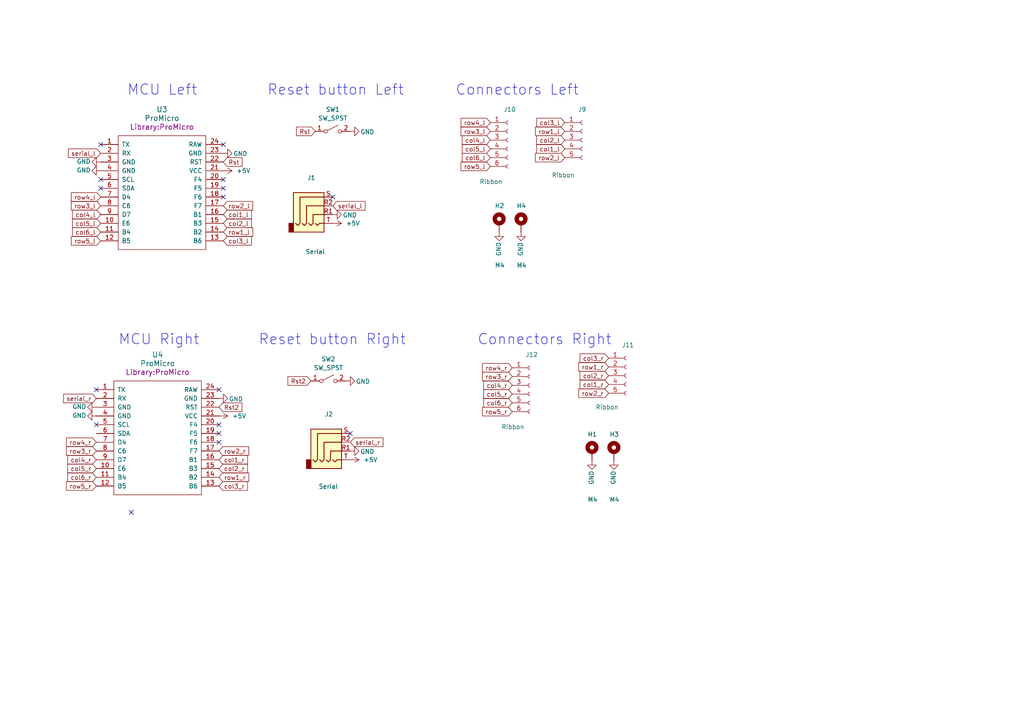
<source format=kicad_sch>
(kicad_sch (version 20231120) (generator "eeschema") (generator_version "8.0")
  (paper "A4")
  (title_block (title "Elite-C holder") (date "2022-02-13") (rev "2.0") (company "BastardKB x KarlK90") (comment 1 "Licensed under CERN-OHL-W v2"))
  (lib_symbols
    (symbol "Connector:AudioJack4"
      (property "Reference" "J" (at 0 8.89 0))
      (property "Value" "AudioJack4" (at 0 6.35 0))
      (symbol "AudioJack4_0_1"
        (rectangle (start -6.35 -5.08) (end -7.62 -7.62) (stroke (width 0.254)) (fill (type outline)))
        (polyline (pts (xy 0 -5.08) (xy 0.635 -5.715) (xy 1.27 -5.08) (xy 2.54 -5.08)) (stroke (width 0.254)))
        (polyline (pts (xy -5.715 -5.08) (xy -5.08 -5.715) (xy -4.445 -5.08) (xy -4.445 2.54) (xy 2.54 2.54)) (stroke (width 0.254)))
        (polyline (pts (xy -1.905 -5.08) (xy -1.27 -5.715) (xy -0.635 -5.08) (xy -0.635 -2.54) (xy 2.54 -2.54)) (stroke (width 0.254)))
        (polyline (pts (xy 2.54 0) (xy -2.54 0) (xy -2.54 -5.08) (xy -3.175 -5.715) (xy -3.81 -5.08)) (stroke (width 0.254)))
        (rectangle (start 2.54 3.81) (end -6.35 -7.62) (stroke (width 0.254)) (fill (type background)))
      )
      (symbol "AudioJack4_1_1"
        (pin passive line (at 5.08 -2.54 180) (length 2.54) (name "~") (number "R1"))
        (pin passive line (at 5.08 0 180) (length 2.54) (name "~") (number "R2"))
        (pin passive line (at 5.08 2.54 180) (length 2.54) (name "~") (number "S"))
        (pin passive line (at 5.08 -5.08 180) (length 2.54) (name "~") (number "T"))
      )
    )
    (symbol "Connector:Conn_01x05_Female" (pin_names (offset 1.016) hide)
      (property "Reference" "J" (at 0 7.62 0))
      (property "Value" "Conn_01x05_Female" (at 0 -7.62 0))
      (symbol "Conn_01x05_Female_1_1"
        (arc (start 0 -4.572) (mid -0.5058 -5.08) (end 0 -5.588) (stroke (width 0.1524)))
        (arc (start 0 -2.032) (mid -0.5058 -2.54) (end 0 -3.048) (stroke (width 0.1524)))
        (polyline (pts (xy -1.27 -5.08) (xy -0.508 -5.08)) (stroke (width 0.1524)))
        (polyline (pts (xy -1.27 -2.54) (xy -0.508 -2.54)) (stroke (width 0.1524)))
        (polyline (pts (xy -1.27 0) (xy -0.508 0)) (stroke (width 0.1524)))
        (polyline (pts (xy -1.27 2.54) (xy -0.508 2.54)) (stroke (width 0.1524)))
        (polyline (pts (xy -1.27 5.08) (xy -0.508 5.08)) (stroke (width 0.1524)))
        (arc (start 0 0.508) (mid -0.5058 0) (end 0 -0.508) (stroke (width 0.1524)))
        (arc (start 0 3.048) (mid -0.5058 2.54) (end 0 2.032) (stroke (width 0.1524)))
        (arc (start 0 5.588) (mid -0.5058 5.08) (end 0 4.572) (stroke (width 0.1524)))
        (pin passive line (at -5.08 5.08 0) (length 3.81) (name "Pin_1") (number "1"))
        (pin passive line (at -5.08 2.54 0) (length 3.81) (name "Pin_2") (number "2"))
        (pin passive line (at -5.08 0 0) (length 3.81) (name "Pin_3") (number "3"))
        (pin passive line (at -5.08 -2.54 0) (length 3.81) (name "Pin_4") (number "4"))
        (pin passive line (at -5.08 -5.08 0) (length 3.81) (name "Pin_5") (number "5"))
      )
    )
    (symbol "Connector:Conn_01x06_Female" (pin_names (offset 1.016) hide)
      (property "Reference" "J" (at 0 7.62 0))
      (property "Value" "Conn_01x06_Female" (at 0 -10.16 0))
      (symbol "Conn_01x06_Female_1_1"
        (arc (start 0 -7.112) (mid -0.5058 -7.62) (end 0 -8.128) (stroke (width 0.1524)))
        (arc (start 0 -4.572) (mid -0.5058 -5.08) (end 0 -5.588) (stroke (width 0.1524)))
        (arc (start 0 -2.032) (mid -0.5058 -2.54) (end 0 -3.048) (stroke (width 0.1524)))
        (polyline (pts (xy -1.27 -7.62) (xy -0.508 -7.62)) (stroke (width 0.1524)))
        (polyline (pts (xy -1.27 -5.08) (xy -0.508 -5.08)) (stroke (width 0.1524)))
        (polyline (pts (xy -1.27 -2.54) (xy -0.508 -2.54)) (stroke (width 0.1524)))
        (polyline (pts (xy -1.27 0) (xy -0.508 0)) (stroke (width 0.1524)))
        (polyline (pts (xy -1.27 2.54) (xy -0.508 2.54)) (stroke (width 0.1524)))
        (polyline (pts (xy -1.27 5.08) (xy -0.508 5.08)) (stroke (width 0.1524)))
        (arc (start 0 0.508) (mid -0.5058 0) (end 0 -0.508) (stroke (width 0.1524)))
        (arc (start 0 3.048) (mid -0.5058 2.54) (end 0 2.032) (stroke (width 0.1524)))
        (arc (start 0 5.588) (mid -0.5058 5.08) (end 0 4.572) (stroke (width 0.1524)))
        (pin passive line (at -5.08 5.08 0) (length 3.81) (name "Pin_1") (number "1"))
        (pin passive line (at -5.08 2.54 0) (length 3.81) (name "Pin_2") (number "2"))
        (pin passive line (at -5.08 0 0) (length 3.81) (name "Pin_3") (number "3"))
        (pin passive line (at -5.08 -2.54 0) (length 3.81) (name "Pin_4") (number "4"))
        (pin passive line (at -5.08 -5.08 0) (length 3.81) (name "Pin_5") (number "5"))
        (pin passive line (at -5.08 -7.62 0) (length 3.81) (name "Pin_6") (number "6"))
      )
    )
    (symbol "Mechanical:MountingHole_Pad" (pin_numbers hide) (pin_names (offset 1.016) hide)
      (property "Reference" "H" (at 0 6.35 0))
      (property "Value" "MountingHole_Pad" (at 0 4.445 0))
      (symbol "MountingHole_Pad_0_1"
        (circle (center 0 1.27) (radius 1.27) (stroke (width 1.27)))
      )
      (symbol "MountingHole_Pad_1_1"
        (pin input line (at 0 -2.54 90) (length 2.54) (name "1") (number "1"))
      )
    )
    (symbol "Switch:SW_SPST" (pin_names (offset 0) hide)
      (property "Reference" "SW" (at 0 3.175 0))
      (property "Value" "SW_SPST" (at 0 -2.54 0))
      (symbol "SW_SPST_0_0"
        (circle (center -2.032 0) (radius 0.508))
        (polyline (pts (xy -1.524 0.254) (xy 1.524 1.778)))
        (circle (center 2.032 0) (radius 0.508))
      )
      (symbol "SW_SPST_1_1"
        (pin passive line (at -5.08 0 0) (length 2.54) (name "A") (number "1"))
        (pin passive line (at 5.08 0 180) (length 2.54) (name "B") (number "2"))
      )
    )
    (symbol "power:+5V" (power) (pin_names (offset 0))
      (property "Value" "+5V" (at 0 3.556 0))
      (symbol "+5V_0_1"
        (polyline (pts (xy -0.762 1.27) (xy 0 2.54)))
        (polyline (pts (xy 0 0) (xy 0 2.54)))
        (polyline (pts (xy 0 2.54) (xy 0.762 1.27)))
      )
      (symbol "+5V_1_1"
        (pin power_in line (at 0 0 90) (length 0) hide (name "+5V") (number "1"))
      )
    )
    (symbol "power:GND" (power) (pin_names (offset 0))
      (property "Value" "GND" (at 0 -3.81 0))
      (symbol "GND_0_1"
        (polyline (pts (xy 0 0) (xy 0 -1.27) (xy 1.27 -1.27) (xy 0 -2.54) (xy -1.27 -1.27) (xy 0 -1.27)))
      )
      (symbol "GND_1_1"
        (pin power_in line (at 0 0 270) (length 0) hide (name "GND") (number "1"))
      )
    )
    (symbol "promicro:ProMicro" (pin_names (offset 1.016))
      (property "Reference" "U" (at 0 24.13 0))
      (property "Value" "ProMicro" (at 0 -13.97 0))
      (property "Footprint" "Library:ProMicro" (at 2.54 -26.67 0))
      (symbol "ProMicro_0_1"
        (rectangle (start -12.7 21.59) (end 12.7 -11.43))
      )
      (symbol "ProMicro_1_1"
        (pin bidirectional line (at -17.78 19.05 0) (length 5.08) (name "TX") (number "1"))
        (pin bidirectional line (at -17.78 -3.81 0) (length 5.08) (name "E6") (number "10"))
        (pin bidirectional line (at -17.78 -6.35 0) (length 5.08) (name "B4") (number "11"))
        (pin bidirectional line (at -17.78 -8.89 0) (length 5.08) (name "B5") (number "12"))
        (pin bidirectional line (at 17.78 -8.89 180) (length 5.08) (name "B6") (number "13"))
        (pin bidirectional line (at 17.78 -6.35 180) (length 5.08) (name "B2") (number "14"))
        (pin bidirectional line (at 17.78 -3.81 180) (length 5.08) (name "B3") (number "15"))
        (pin bidirectional line (at 17.78 -1.27 180) (length 5.08) (name "B1") (number "16"))
        (pin bidirectional line (at 17.78 1.27 180) (length 5.08) (name "F7") (number "17"))
        (pin bidirectional line (at 17.78 3.81 180) (length 5.08) (name "F6") (number "18"))
        (pin bidirectional line (at 17.78 6.35 180) (length 5.08) (name "F5") (number "19"))
        (pin bidirectional line (at -17.78 16.51 0) (length 5.08) (name "RX") (number "2"))
        (pin bidirectional line (at 17.78 8.89 180) (length 5.08) (name "F4") (number "20"))
        (pin power_in line (at 17.78 11.43 180) (length 5.08) (name "VCC") (number "21"))
        (pin input line (at 17.78 13.97 180) (length 5.08) (name "RST") (number "22"))
        (pin power_in line (at 17.78 16.51 180) (length 5.08) (name "GND") (number "23"))
        (pin power_out line (at 17.78 19.05 180) (length 5.08) (name "RAW") (number "24"))
        (pin power_in line (at -17.78 13.97 0) (length 5.08) (name "GND") (number "3"))
        (pin power_in line (at -17.78 11.43 0) (length 5.08) (name "GND") (number "4"))
        (pin bidirectional line (at -17.78 8.89 0) (length 5.08) (name "SCL") (number "5"))
        (pin bidirectional line (at -17.78 6.35 0) (length 5.08) (name "SDA") (number "6"))
        (pin bidirectional line (at -17.78 3.81 0) (length 5.08) (name "D4") (number "7"))
        (pin bidirectional line (at -17.78 1.27 0) (length 5.08) (name "C6") (number "8"))
        (pin bidirectional line (at -17.78 -1.27 0) (length 5.08) (name "D7") (number "9"))
      )
    )
  )
  (no_connect (at 64.77 41.91))
  (no_connect (at 29.21 41.91))
  (no_connect (at 27.94 123.19))
  (no_connect (at 101.6 125.73))
  (no_connect (at 96.52 57.15))
  (no_connect (at 29.21 54.61))
  (no_connect (at 63.5 125.73))
  (no_connect (at 38.1 148.59))
  (no_connect (at 63.5 113.03))
  (no_connect (at 27.94 113.03))
  (no_connect (at 64.77 54.61))
  (no_connect (at 63.5 128.27))
  (no_connect (at 64.77 57.15))
  (no_connect (at 63.5 123.19))
  (no_connect (at 64.77 52.07))
  (no_connect (at 29.21 52.07))
  (text "Reset button Left" (at 77.47 27.94 0) (effects (font (size 3 3)) (justify left bottom)))
  (text "Connectors Left" (at 132.08 27.94 0) (effects (font (size 3 3)) (justify left bottom)))
  (text "Reset button Right" (at 74.93 100.33 0) (effects (font (size 3 3)) (justify left bottom)))
  (text "MCU Left" (at 36.83 27.94 0) (effects (font (size 3 3)) (justify left bottom)))
  (text "MCU Right" (at 34.29 100.33 0) (effects (font (size 3 3)) (justify left bottom)))
  (text "Connectors Right" (at 138.43 100.33 0) (effects (font (size 3 3)) (justify left bottom)))
  (global_label "row4_r" (shape input) (at 27.94 128.27 180) (property "Intersheetrefs" "${INTERSHEET_REFS}" (effects (hide yes))))
  (global_label "col5_l" (shape input) (at 29.21 64.77 180) (property "Intersheetrefs" "${INTERSHEET_REFS}" (effects (hide yes))))
  (global_label "row1_r" (shape input) (at 176.53 106.426 180) (property "Intersheetrefs" "${INTERSHEET_REFS}" (effects (hide yes))))
  (global_label "col6_l" (shape input) (at 142.24 45.72 180) (property "Intersheetrefs" "${INTERSHEET_REFS}" (effects (hide yes))))
  (global_label "row2_l" (shape input) (at 64.77 59.69 0) (property "Intersheetrefs" "${INTERSHEET_REFS}" (effects (hide yes))))
  (global_label "col2_r" (shape input) (at 63.5 135.89 0) (property "Intersheetrefs" "${INTERSHEET_REFS}" (effects (hide yes))))
  (global_label "col1_r" (shape input) (at 176.53 111.506 180) (property "Intersheetrefs" "${INTERSHEET_REFS}" (effects (hide yes))))
  (global_label "row3_r" (shape input) (at 27.94 130.81 180) (property "Intersheetrefs" "${INTERSHEET_REFS}" (effects (hide yes))))
  (global_label "col1_l" (shape input) (at 163.83 43.18 180) (property "Intersheetrefs" "${INTERSHEET_REFS}" (effects (hide yes))))
  (global_label "col4_r" (shape input) (at 27.94 133.35 180) (property "Intersheetrefs" "${INTERSHEET_REFS}" (effects (hide yes))))
  (global_label "col1_l" (shape input) (at 64.77 62.23 0) (property "Intersheetrefs" "${INTERSHEET_REFS}" (effects (hide yes))))
  (global_label "row3_l" (shape input) (at 29.21 59.69 180) (property "Intersheetrefs" "${INTERSHEET_REFS}" (effects (hide yes))))
  (global_label "row4_l" (shape input) (at 29.21 57.15 180) (property "Intersheetrefs" "${INTERSHEET_REFS}" (effects (hide yes))))
  (global_label "col6_r" (shape input) (at 27.94 138.43 180) (property "Intersheetrefs" "${INTERSHEET_REFS}" (effects (hide yes))))
  (global_label "row2_r" (shape input) (at 63.5 130.81 0) (property "Intersheetrefs" "${INTERSHEET_REFS}" (effects (hide yes))))
  (global_label "row3_r" (shape input) (at 148.59 109.22 180) (property "Intersheetrefs" "${INTERSHEET_REFS}" (effects (hide yes))))
  (global_label "Rst2" (shape input) (at 63.5 118.11 0) (property "Intersheetrefs" "${INTERSHEET_REFS}" (effects (hide yes))))
  (global_label "serial_r" (shape input) (at 27.94 115.57 180) (property "Intersheetrefs" "${INTERSHEET_REFS}" (effects (hide yes))))
  (global_label "col5_r" (shape input) (at 27.94 135.89 180) (property "Intersheetrefs" "${INTERSHEET_REFS}" (effects (hide yes))))
  (global_label "row5_l" (shape input) (at 29.21 69.85 180) (property "Intersheetrefs" "${INTERSHEET_REFS}" (effects (hide yes))))
  (global_label "row1_l" (shape input) (at 64.77 67.31 0) (property "Intersheetrefs" "${INTERSHEET_REFS}" (effects (hide yes))))
  (global_label "row1_r" (shape input) (at 63.5 138.43 0) (property "Intersheetrefs" "${INTERSHEET_REFS}" (effects (hide yes))))
  (global_label "row5_l" (shape input) (at 142.24 48.26 180) (property "Intersheetrefs" "${INTERSHEET_REFS}" (effects (hide yes))))
  (global_label "col5_l" (shape input) (at 142.24 43.18 180) (property "Intersheetrefs" "${INTERSHEET_REFS}" (effects (hide yes))))
  (global_label "row4_r" (shape input) (at 148.59 106.68 180) (property "Intersheetrefs" "${INTERSHEET_REFS}" (effects (hide yes))))
  (global_label "Rst" (shape input) (at 91.44 38.1 180) (property "Intersheetrefs" "${INTERSHEET_REFS}" (effects (hide yes))))
  (global_label "col2_l" (shape input) (at 64.77 64.77 0) (property "Intersheetrefs" "${INTERSHEET_REFS}" (effects (hide yes))))
  (global_label "col1_r" (shape input) (at 63.5 133.35 0) (property "Intersheetrefs" "${INTERSHEET_REFS}" (effects (hide yes))))
  (global_label "serial_r" (shape input) (at 101.6 128.27 0) (property "Intersheetrefs" "${INTERSHEET_REFS}" (effects (hide yes))))
  (global_label "row1_l" (shape input) (at 163.83 38.1 180) (property "Intersheetrefs" "${INTERSHEET_REFS}" (effects (hide yes))))
  (global_label "col3_l" (shape input) (at 64.77 69.85 0) (property "Intersheetrefs" "${INTERSHEET_REFS}" (effects (hide yes))))
  (global_label "col3_r" (shape input) (at 176.53 103.886 180) (property "Intersheetrefs" "${INTERSHEET_REFS}" (effects (hide yes))))
  (global_label "row2_l" (shape input) (at 163.83 45.72 180) (property "Intersheetrefs" "${INTERSHEET_REFS}" (effects (hide yes))))
  (global_label "col6_l" (shape input) (at 29.21 67.31 180) (property "Intersheetrefs" "${INTERSHEET_REFS}" (effects (hide yes))))
  (global_label "row3_l" (shape input) (at 142.24 38.1 180) (property "Intersheetrefs" "${INTERSHEET_REFS}" (effects (hide yes))))
  (global_label "col3_l" (shape input) (at 163.83 35.56 180) (property "Intersheetrefs" "${INTERSHEET_REFS}" (effects (hide yes))))
  (global_label "row5_r" (shape input) (at 148.59 119.38 180) (property "Intersheetrefs" "${INTERSHEET_REFS}" (effects (hide yes))))
  (global_label "col3_r" (shape input) (at 63.5 140.97 0) (property "Intersheetrefs" "${INTERSHEET_REFS}" (effects (hide yes))))
  (global_label "Rst2" (shape input) (at 90.17 110.49 180) (property "Intersheetrefs" "${INTERSHEET_REFS}" (effects (hide yes))))
  (global_label "Rst" (shape input) (at 64.77 46.99 0) (property "Intersheetrefs" "${INTERSHEET_REFS}" (effects (hide yes))))
  (global_label "row2_r" (shape input) (at 176.53 114.046 180) (property "Intersheetrefs" "${INTERSHEET_REFS}" (effects (hide yes))))
  (global_label "row4_l" (shape input) (at 142.24 35.56 180) (property "Intersheetrefs" "${INTERSHEET_REFS}" (effects (hide yes))))
  (global_label "col6_r" (shape input) (at 148.59 116.84 180) (property "Intersheetrefs" "${INTERSHEET_REFS}" (effects (hide yes))))
  (global_label "serial_l" (shape input) (at 96.52 59.69 0) (property "Intersheetrefs" "${INTERSHEET_REFS}" (effects (hide yes))))
  (global_label "row5_r" (shape input) (at 27.94 140.97 180) (property "Intersheetrefs" "${INTERSHEET_REFS}" (effects (hide yes))))
  (global_label "col2_r" (shape input) (at 176.53 108.966 180) (property "Intersheetrefs" "${INTERSHEET_REFS}" (effects (hide yes))))
  (global_label "serial_l" (shape input) (at 29.21 44.45 180) (property "Intersheetrefs" "${INTERSHEET_REFS}" (effects (hide yes))))
  (global_label "col4_r" (shape input) (at 148.59 111.76 180) (property "Intersheetrefs" "${INTERSHEET_REFS}" (effects (hide yes))))
  (global_label "col5_r" (shape input) (at 148.59 114.3 180) (property "Intersheetrefs" "${INTERSHEET_REFS}" (effects (hide yes))))
  (global_label "col4_l" (shape input) (at 142.24 40.64 180) (property "Intersheetrefs" "${INTERSHEET_REFS}" (effects (hide yes))))
  (global_label "col2_l" (shape input) (at 163.83 40.64 180) (property "Intersheetrefs" "${INTERSHEET_REFS}" (effects (hide yes))))
  (global_label "col4_l" (shape input) (at 29.21 62.23 180) (property "Intersheetrefs" "${INTERSHEET_REFS}" (effects (hide yes))))
  (symbol (lib_id "power:GND") (at 27.94 118.11 270) (unit 1)
    (property "Reference" "#PWR0101" (effects (hide yes)))
    (property "Value" "GND" (at 20.9551 117.954 90) (effects (justify left)))
  )
  (symbol (lib_id "Switch:SW_SPST") (at 96.52 38.1 0) (unit 1)
    (property "Reference" "SW1" (at 96.52 31.75 0))
    (property "Value" "SW_SPST" (at 96.52 34.29 0))
    (property "Footprint" "Library:PushSwitch" (effects (hide yes)))
  )
  (symbol (lib_id "power:GND") (at 101.6 38.1 90) (unit 1)
    (property "Reference" "#PWR0120" (effects (hide yes)))
    (property "Value" "GND" (at 108.5849 38.256 90) (effects (justify left)))
  )
  (symbol (lib_id "Mechanical:MountingHole_Pad") (at 144.78 64.77 0) (unit 1)
    (property "Reference" "H2" (at 143.51 59.69 0) (effects (justify left)))
    (property "Value" "M4" (at 143.51 76.962 0) (effects (justify left)))
    (property "Footprint" "Library:MountingHole_4mm_Pad_thin" (effects (hide yes)))
  )
  (symbol (lib_id "power:GND") (at 100.33 110.49 90) (unit 1)
    (property "Reference" "#PWR0109" (effects (hide yes)))
    (property "Value" "GND" (at 107.3149 110.646 90) (effects (justify left)))
  )
  (symbol (lib_id "Connector:Conn_01x05_Female") (at 181.61 108.966 0) (unit 1)
    (property "Reference" "J11" (at 180.34 100.076 0) (effects (justify left)))
    (property "Value" "Ribbon" (at 172.72 118.11 0) (effects (justify left)))
    (property "Footprint" "Library:5_PinHeader" (effects (hide yes)))
  )
  (symbol (lib_id "power:GND") (at 64.77 44.45 90) (unit 1)
    (property "Reference" "#PWR0117" (effects (hide yes)))
    (property "Value" "GND" (at 71.7549 44.606 90) (effects (justify left)))
  )
  (symbol (lib_id "power:GND") (at 144.78 67.31 0) (unit 1)
    (property "Reference" "#PWR0129" (effects (hide yes)))
    (property "Value" "GND" (at 144.624 74.2949 90) (effects (justify left)))
  )
  (symbol (lib_id "power:+5V") (at 96.52 64.77 270) (unit 1)
    (property "Reference" "#PWR0127" (effects (hide yes)))
    (property "Value" "+5V" (at 100.33 64.7699 90) (effects (justify left)))
  )
  (symbol (lib_id "Mechanical:MountingHole_Pad") (at 151.13 64.77 0) (unit 1)
    (property "Reference" "H4" (at 149.86 59.69 0) (effects (justify left)))
    (property "Value" "M4" (at 149.86 76.962 0) (effects (justify left)))
    (property "Footprint" "Library:MountingHole_4mm_Pad_thin" (effects (hide yes)))
  )
  (symbol (lib_id "Mechanical:MountingHole_Pad") (at 171.704 131.064 0) (unit 1)
    (property "Reference" "H1" (at 170.434 125.984 0) (effects (justify left)))
    (property "Value" "M4" (at 170.434 144.907 0) (effects (justify left)))
    (property "Footprint" "Library:MountingHole_4mm_Pad_thin" (effects (hide yes)))
  )
  (symbol (lib_id "power:GND") (at 63.5 115.57 90) (unit 1)
    (property "Reference" "#PWR0112" (effects (hide yes)))
    (property "Value" "GND" (at 70.4849 115.726 90) (effects (justify left)))
  )
  (symbol (lib_id "power:GND") (at 27.94 120.65 270) (unit 1)
    (property "Reference" "#PWR0107" (effects (hide yes)))
    (property "Value" "GND" (at 20.9551 120.494 90) (effects (justify left)))
  )
  (symbol (lib_id "promicro:ProMicro") (at 46.99 60.96 0) (unit 1)
    (property "Reference" "U3" (at 46.99 31.75 0) (effects (font (size 1.524 1.524))))
    (property "Value" "ProMicro" (at 46.99 34.29 0) (effects (font (size 1.524 1.524))))
    (property "Footprint" "Library:ProMicro" (at 46.99 36.83 0) (effects (font (size 1.524 1.524))))
  )
  (symbol (lib_id "Connector:Conn_01x06_Female") (at 153.67 111.76 0) (unit 1)
    (property "Reference" "J12" (at 152.4 102.87 0) (effects (justify left)))
    (property "Value" "Ribbon" (at 145.415 123.825 0) (effects (justify left)))
    (property "Footprint" "Library:6_PinHeader" (effects (hide yes)))
  )
  (symbol (lib_id "Connector:AudioJack4") (at 91.44 59.69 0) (unit 1)
    (property "Reference" "J1" (at 90.297 51.5682 0))
    (property "Value" "Serial" (at 91.44 73.025 0))
    (property "Footprint" "Library:Jack_3.5mm_PJ320E_Horizontal" (effects (hide yes)))
  )
  (symbol (lib_id "Switch:SW_SPST") (at 95.25 110.49 0) (unit 1)
    (property "Reference" "SW2" (at 95.25 104.14 0))
    (property "Value" "SW_SPST" (at 95.25 106.68 0))
    (property "Footprint" "Library:PushSwitch" (effects (hide yes)))
  )
  (symbol (lib_id "power:GND") (at 171.704 133.604 0) (unit 1)
    (property "Reference" "#PWR0134" (effects (hide yes)))
    (property "Value" "GND" (at 171.548 140.5889 90) (effects (justify left)))
  )
  (symbol (lib_id "power:+5V") (at 101.6 133.35 270) (unit 1)
    (property "Reference" "#PWR0132" (effects (hide yes)))
    (property "Value" "+5V" (at 105.41 133.3499 90) (effects (justify left)))
  )
  (symbol (lib_id "power:+5V") (at 63.5 120.65 270) (unit 1)
    (property "Reference" "#PWR0113" (effects (hide yes)))
    (property "Value" "+5V" (at 67.31 120.6499 90) (effects (justify left)))
  )
  (symbol (lib_id "Mechanical:MountingHole_Pad") (at 178.054 131.064 0) (unit 1)
    (property "Reference" "H3" (at 176.784 125.984 0) (effects (justify left)))
    (property "Value" "M4" (at 176.784 144.907 0) (effects (justify left)))
    (property "Footprint" "Library:MountingHole_4mm_Pad_thin" (effects (hide yes)))
  )
  (symbol (lib_id "power:+5V") (at 64.77 49.53 270) (unit 1)
    (property "Reference" "#PWR0116" (effects (hide yes)))
    (property "Value" "+5V" (at 68.58 49.5299 90) (effects (justify left)))
  )
  (symbol (lib_id "power:GND") (at 96.52 62.23 90) (unit 1)
    (property "Reference" "#PWR0128" (effects (hide yes)))
    (property "Value" "GND" (at 103.5049 62.386 90) (effects (justify left)))
  )
  (symbol (lib_id "Connector:Conn_01x05_Female") (at 168.91 40.64 0) (unit 1)
    (property "Reference" "J9" (at 167.64 31.75 0) (effects (justify left)))
    (property "Value" "Ribbon" (at 160.02 50.8 0) (effects (justify left)))
    (property "Footprint" "Library:5_PinHeader" (effects (hide yes)))
  )
  (symbol (lib_id "power:GND") (at 101.6 130.81 90) (unit 1)
    (property "Reference" "#PWR0124" (effects (hide yes)))
    (property "Value" "GND" (at 108.5849 130.966 90) (effects (justify left)))
  )
  (symbol (lib_id "promicro:ProMicro") (at 45.72 132.08 0) (unit 1)
    (property "Reference" "U4" (at 45.72 102.87 0) (effects (font (size 1.524 1.524))))
    (property "Value" "ProMicro" (at 45.72 105.41 0) (effects (font (size 1.524 1.524))))
    (property "Footprint" "Library:ProMicro" (at 45.72 107.95 0) (effects (font (size 1.524 1.524))))
  )
  (symbol (lib_id "power:GND") (at 151.13 67.31 0) (unit 1)
    (property "Reference" "#PWR0130" (effects (hide yes)))
    (property "Value" "GND" (at 150.974 74.2949 90) (effects (justify left)))
  )
  (symbol (lib_id "Connector:AudioJack4") (at 96.52 128.27 0) (unit 1)
    (property "Reference" "J2" (at 95.377 120.1482 0))
    (property "Value" "Serial" (at 95.25 141.097 0))
    (property "Footprint" "Library:Jack_3.5mm_PJ320E_Horizontal" (effects (hide yes)))
  )
  (symbol (lib_id "Connector:Conn_01x06_Female") (at 147.32 40.64 0) (unit 1)
    (property "Reference" "J10" (at 146.05 31.75 0) (effects (justify left)))
    (property "Value" "Ribbon" (at 139.065 52.705 0) (effects (justify left)))
    (property "Footprint" "Library:6_PinHeader" (effects (hide yes)))
  )
  (symbol (lib_id "power:GND") (at 29.21 46.99 270) (unit 1)
    (property "Reference" "#PWR0118" (effects (hide yes)))
    (property "Value" "GND" (at 22.2251 46.834 90) (effects (justify left)))
  )
  (symbol (lib_id "power:GND") (at 178.054 133.604 0) (unit 1)
    (property "Reference" "#PWR0133" (effects (hide yes)))
    (property "Value" "GND" (at 177.898 140.5889 90) (effects (justify left)))
  )
  (symbol (lib_id "power:GND") (at 29.21 49.53 270) (unit 1)
    (property "Reference" "#PWR0119" (effects (hide yes)))
    (property "Value" "GND" (at 22.2251 49.374 90) (effects (justify left)))
  )
)
</source>
